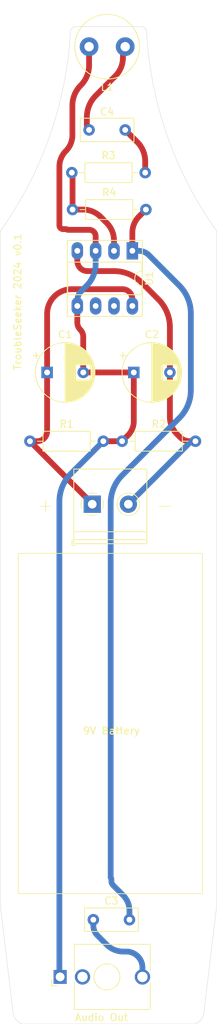
<source format=kicad_pcb>
(kicad_pcb (version 20240108) (generator "pcbnew") (generator_version "8.0")
  (layers (0 "F.Cu" signal) (31 "B.Cu" signal) (34 "B.Paste" user) (35 "F.Paste" user) (36 "B.SilkS" user "B.Silkscreen") (37 "F.SilkS" user "F.Silkscreen") (38 "B.Mask" user) (39 "F.Mask" user) (44 "Edge.Cuts" user))
  (net 0 "")
  (net 1 "Net-(BT1-+)")
  (net 2 "Net-(BT1--)")
  (net 3 "/VGND")
  (net 4 "Net-(C3-Pad2)")
  (net 5 "Net-(C3-Pad1)")
  (net 6 "Net-(C4-Pad1)")
  (net 7 "Net-(C4-Pad2)")
  (net 8 "Net-(U1A--)")
  (footprint "Resistor_THT:R_Axial_DIN0207_L6.3mm_D2.5mm_P10.16mm_Horizontal" (layer "F.Cu") (at 127.02 68)
    (property "Reference" "R4" (at 5.08 -2.37 0) (layer "F.SilkS"))
    (property "Value" "390K")
    (fp_line (start 1.04 0) (end 1.81 0) (stroke (width 0.12)) (layer "F.SilkS"))
    (fp_line (start 1.81 -1.37) (end 1.81 1.37) (stroke (width 0.12)) (layer "F.SilkS"))
    (fp_line (start 1.81 1.37) (end 8.35 1.37) (stroke (width 0.12)) (layer "F.SilkS"))
    (fp_line (start 8.35 -1.37) (end 1.81 -1.37) (stroke (width 0.12)) (layer "F.SilkS"))
    (fp_line (start 8.35 1.37) (end 8.35 -1.37) (stroke (width 0.12)) (layer "F.SilkS"))
    (fp_line (start 9.12 0) (end 8.35 0) (stroke (width 0.12)) (layer "F.SilkS"))
    (pad "1" thru_hole circle (at 0 0) (size 1.6 1.6) (drill 0.8) (layers "*.Cu" "*.Mask") (net 8 "Net-(U1A--)"))
    (pad "2" thru_hole oval (at 10.16 0) (size 1.6 1.6) (drill 0.8) (layers "*.Cu" "*.Mask") (net 4 "Net-(C3-Pad2)"))
  )
  (footprint "Resistor_THT:R_Axial_DIN0207_L6.3mm_D2.5mm_P10.16mm_Horizontal" (layer "F.Cu") (at 121.12 100)
    (property "Reference" "R1" (at 5.08 -2.37 0) (layer "F.SilkS"))
    (property "Value" "4K7")
    (fp_line (start 1.04 0) (end 1.81 0) (stroke (width 0.12)) (layer "F.SilkS"))
    (fp_line (start 1.81 -1.37) (end 1.81 1.37) (stroke (width 0.12)) (layer "F.SilkS"))
    (fp_line (start 1.81 1.37) (end 8.35 1.37) (stroke (width 0.12)) (layer "F.SilkS"))
    (fp_line (start 8.35 -1.37) (end 1.81 -1.37) (stroke (width 0.12)) (layer "F.SilkS"))
    (fp_line (start 8.35 1.37) (end 8.35 -1.37) (stroke (width 0.12)) (layer "F.SilkS"))
    (fp_line (start 9.12 0) (end 8.35 0) (stroke (width 0.12)) (layer "F.SilkS"))
    (pad "1" thru_hole circle (at 0 0) (size 1.6 1.6) (drill 0.8) (layers "*.Cu" "*.Mask") (net 1 "Net-(BT1-+)"))
    (pad "2" thru_hole oval (at 10.16 0) (size 1.6 1.6) (drill 0.8) (layers "*.Cu" "*.Mask") (net 3 "/VGND"))
  )
  (footprint "TerminalBlock_Philmore:TerminalBlock_Philmore_TB132_1x02_P5.00mm_Horizontal" (layer "F.Cu") (at 129.75 108.7)
    (property "Reference" "9V Battery" (at 2.65 31.3 0) (layer "F.SilkS"))
    (property "Value" "Battery 9V")
    (fp_line (start -2.8 4.96) (end -2.8 5.7) (stroke (width 0.12)) (layer "F.SilkS"))
    (fp_line (start -2.8 5.7) (end -2.3 5.7) (stroke (width 0.12)) (layer "F.SilkS"))
    (fp_line (start -2.56 -4.86) (end -2.56 5.46) (stroke (width 0.12)) (layer "F.SilkS"))
    (fp_line (start -2.56 -4.86) (end 7.56 -4.86) (stroke (width 0.12)) (layer "F.SilkS"))
    (fp_line (start -2.56 3.8) (end 7.56 3.8) (stroke (width 0.12)) (layer "F.SilkS"))
    (fp_line (start -2.56 4.9) (end 7.56 4.9) (stroke (width 0.12)) (layer "F.SilkS"))
    (fp_line (start -2.56 5.46) (end 7.56 5.46) (stroke (width 0.12)) (layer "F.SilkS"))
    (fp_line (start 7.56 -4.86) (end 7.56 5.46) (stroke (width 0.12)) (layer "F.SilkS"))
    (fp_arc (start -1.432109 0.607742) (mid -1.555727 -0.00014) (end -1.432 -0.608) (stroke (width 0.12)) (layer "F.SilkS"))
    (fp_arc (start -0.607742 -1.432109) (mid 0.00014 -1.555727) (end 0.608 -1.432) (stroke (width 0.12)) (layer "F.SilkS"))
    (fp_arc (start 0.027011 1.555493) (mid -0.296984 1.527118) (end -0.608 1.432) (stroke (width 0.12)) (layer "F.SilkS"))
    (fp_arc (start 0.607587 1.431385) (mid 0.310017 1.523783) (end 0 1.555) (stroke (width 0.12)) (layer "F.SilkS"))
    (fp_arc (start 1.432109 -0.607742) (mid 1.555727 0.00014) (end 1.432 0.608) (stroke (width 0.12)) (layer "F.SilkS"))
    (fp_circle (center 5 0) (end 6.555 0) (stroke (width 0.12)) (fill none) (layer "F.SilkS"))
    (pad "1" thru_hole rect (at 0 0) (size 2.4 2.4) (drill 1.2) (layers "*.Cu" "*.Mask") (net 1 "Net-(BT1-+)"))
    (pad "2" thru_hole circle (at 5 0) (size 2.4 2.4) (drill 1.2) (layers "*.Cu" "*.Mask") (net 2 "Net-(BT1--)"))
  )
  (footprint "Resistor_THT:R_Axial_DIN0207_L6.3mm_D2.5mm_P10.16mm_Horizontal" (layer "F.Cu") (at 133.88 100)
    (property "Reference" "R2" (at 5.08 -2.37 0) (layer "F.SilkS"))
    (property "Value" "4K7")
    (fp_line (start 1.04 0) (end 1.81 0) (stroke (width 0.12)) (layer "F.SilkS"))
    (fp_line (start 1.81 -1.37) (end 1.81 1.37) (stroke (width 0.12)) (layer "F.SilkS"))
    (fp_line (start 1.81 1.37) (end 8.35 1.37) (stroke (width 0.12)) (layer "F.SilkS"))
    (fp_line (start 8.35 -1.37) (end 1.81 -1.37) (stroke (width 0.12)) (layer "F.SilkS"))
    (fp_line (start 8.35 1.37) (end 8.35 -1.37) (stroke (width 0.12)) (layer "F.SilkS"))
    (fp_line (start 9.12 0) (end 8.35 0) (stroke (width 0.12)) (layer "F.SilkS"))
    (pad "1" thru_hole circle (at 0 0) (size 1.6 1.6) (drill 0.8) (layers "*.Cu" "*.Mask") (net 3 "/VGND"))
    (pad "2" thru_hole oval (at 10.16 0) (size 1.6 1.6) (drill 0.8) (layers "*.Cu" "*.Mask") (net 2 "Net-(BT1--)"))
  )
  (footprint "Connector_Audio:Jack_3.5mm_QingPu_WQP-PJ398SM_Vertical_CircularHoles" (layer "F.Cu") (at 125.3 174 90)
    (property "Reference" "Audio Out" (at -5.6 5.73 0) (layer "F.SilkS"))
    (property "Value" "AudioJack2")
    (fp_line (start -1.23 -1.17) (end -0.37 -1.17) (stroke (width 0.12)) (layer "F.SilkS"))
    (fp_line (start -1.23 -1.17) (end -1.23 -0.37) (stroke (width 0.12)) (layer "F.SilkS"))
    (fp_line (start 4.5 1.98) (end 0.72 1.98) (stroke (width 0.12)) (layer "F.SilkS"))
    (fp_line (start 4.5 1.98) (end 4.5 12.48) (stroke (width 0.12)) (layer "F.SilkS"))
    (fp_line (start -0.72 1.98) (end -4.5 1.98) (stroke (width 0.12)) (layer "F.SilkS"))
    (fp_line (start -4.5 1.98) (end -4.5 12.48) (stroke (width 0.12)) (layer "F.SilkS"))
    (fp_line (start 4.5 12.48) (end 0.8 12.48) (stroke (width 0.12)) (layer "F.SilkS"))
    (fp_line (start -0.8 12.48) (end -4.5 12.48) (stroke (width 0.12)) (layer "F.SilkS"))
    (fp_circle (center 0 6.48) (end 1.8 6.48) (stroke (width 0.12)) (fill none) (layer "F.SilkS"))
    (pad "S" thru_hole rect (at 0 0 270) (size 1.93 1.83) (drill 1.22) (layers "*.Cu" "*.Mask") (net 3 "/VGND"))
    (pad "T" thru_hole circle (at 0 11.4 270) (size 2.13 2.13) (drill 1.43) (layers "*.Cu" "*.Mask") (net 5 "Net-(C3-Pad1)"))
    (pad "TN" thru_hole circle (at 0 3.1 270) (size 2.13 2.13) (drill 1.42) (layers "*.Cu" "*.Mask"))
  )
  (footprint "Resistor_THT:R_Axial_DIN0207_L6.3mm_D2.5mm_P10.16mm_Horizontal" (layer "F.Cu") (at 126.92 62.9)
    (property "Reference" "R3" (at 5.08 -2.37 0) (layer "F.SilkS"))
    (property "Value" "1K")
    (fp_line (start 1.04 0) (end 1.81 0) (stroke (width 0.12)) (layer "F.SilkS"))
    (fp_line (start 1.81 -1.37) (end 1.81 1.37) (stroke (width 0.12)) (layer "F.SilkS"))
    (fp_line (start 1.81 1.37) (end 8.35 1.37) (stroke (width 0.12)) (layer "F.SilkS"))
    (fp_line (start 8.35 -1.37) (end 1.81 -1.37) (stroke (width 0.12)) (layer "F.SilkS"))
    (fp_line (start 8.35 1.37) (end 8.35 -1.37) (stroke (width 0.12)) (layer "F.SilkS"))
    (fp_line (start 9.12 0) (end 8.35 0) (stroke (width 0.12)) (layer "F.SilkS"))
    (pad "1" thru_hole circle (at 0 0) (size 1.6 1.6) (drill 0.8) (layers "*.Cu" "*.Mask") (net 8 "Net-(U1A--)"))
    (pad "2" thru_hole oval (at 10.16 0) (size 1.6 1.6) (drill 0.8) (layers "*.Cu" "*.Mask") (net 6 "Net-(C4-Pad1)"))
  )
  (footprint "Capacitor_THT:C_Rect_L7.2mm_W3.0mm_P5.00mm_FKS2_FKP2_MKS2_MKP2" (layer "F.Cu") (at 134.31 57 180)
    (property "Reference" "C4" (at 2.5 2.5 180) (layer "F.SilkS"))
    (property "Value" "2.2uF")
    (fp_line (start 6.22 -1.62) (end 6.22 1.62) (stroke (width 0.12)) (layer "F.SilkS"))
    (fp_line (start -1.22 1.62) (end 6.22 1.62) (stroke (width 0.12)) (layer "F.SilkS"))
    (fp_line (start -1.22 -1.62) (end 6.22 -1.62) (stroke (width 0.12)) (layer "F.SilkS"))
    (fp_line (start -1.22 -1.62) (end -1.22 1.62) (stroke (width 0.12)) (layer "F.SilkS"))
    (pad "1" thru_hole circle (at 0 0 180) (size 1.6 1.6) (drill 0.8) (layers "*.Cu" "*.Mask") (net 6 "Net-(C4-Pad1)"))
    (pad "2" thru_hole circle (at 5 0 180) (size 1.6 1.6) (drill 0.8) (layers "*.Cu" "*.Mask") (net 7 "Net-(C4-Pad2)"))
  )
  (footprint "Capacitor_THT:CP_Radial_D8.0mm_P5.00mm" (layer "F.Cu") (at 135.5 90.5)
    (property "Reference" "C2" (at 2.5 -5.25 0) (layer "F.SilkS"))
    (property "Value" "100uF 25v")
    (fp_line (start -1.909698 -2.315) (end -1.109698 -2.315) (stroke (width 0.12)) (layer "F.SilkS"))
    (fp_line (start -1.509698 -2.715) (end -1.509698 -1.915) (stroke (width 0.12)) (layer "F.SilkS"))
    (fp_line (start 2.5 -4.08) (end 2.5 4.08) (stroke (width 0.12)) (layer "F.SilkS"))
    (fp_line (start 2.54 -4.08) (end 2.54 4.08) (stroke (width 0.12)) (layer "F.SilkS"))
    (fp_line (start 2.58 -4.08) (end 2.58 4.08) (stroke (width 0.12)) (layer "F.SilkS"))
    (fp_line (start 2.62 -4.079) (end 2.62 4.079) (stroke (width 0.12)) (layer "F.SilkS"))
    (fp_line (start 2.66 -4.077) (end 2.66 4.077) (stroke (width 0.12)) (layer "F.SilkS"))
    (fp_line (start 2.7 -4.076) (end 2.7 4.076) (stroke (width 0.12)) (layer "F.SilkS"))
    (fp_line (start 2.74 -4.074) (end 2.74 4.074) (stroke (width 0.12)) (layer "F.SilkS"))
    (fp_line (start 2.78 -4.071) (end 2.78 4.071) (stroke (width 0.12)) (layer "F.SilkS"))
    (fp_line (start 2.82 -4.068) (end 2.82 4.068) (stroke (width 0.12)) (layer "F.SilkS"))
    (fp_line (start 2.86 -4.065) (end 2.86 4.065) (stroke (width 0.12)) (layer "F.SilkS"))
    (fp_line (start 2.9 -4.061) (end 2.9 4.061) (stroke (width 0.12)) (layer "F.SilkS"))
    (fp_line (start 2.94 -4.057) (end 2.94 4.057) (stroke (width 0.12)) (layer "F.SilkS"))
    (fp_line (start 2.98 -4.052) (end 2.98 4.052) (stroke (width 0.12)) (layer "F.SilkS"))
    (fp_line (start 3.02 -4.048) (end 3.02 4.048) (stroke (width 0.12)) (layer "F.SilkS"))
    (fp_line (start 3.06 -4.042) (end 3.06 4.042) (stroke (width 0.12)) (layer "F.SilkS"))
    (fp_line (start 3.1 -4.037) (end 3.1 4.037) (stroke (width 0.12)) (layer "F.SilkS"))
    (fp_line (start 3.14 -4.03) (end 3.14 4.03) (stroke (width 0.12)) (layer "F.SilkS"))
    (fp_line (start 3.18 -4.024) (end 3.18 4.024) (stroke (width 0.12)) (layer "F.SilkS"))
    (fp_line (start 3.221 -4.017) (end 3.221 4.017) (stroke (width 0.12)) (layer "F.SilkS"))
    (fp_line (start 3.261 -4.01) (end 3.261 4.01) (stroke (width 0.12)) (layer "F.SilkS"))
    (fp_line (start 3.301 -4.002) (end 3.301 4.002) (stroke (width 0.12)) (layer "F.SilkS"))
    (fp_line (start 3.341 -3.994) (end 3.341 3.994) (stroke (width 0.12)) (layer "F.SilkS"))
    (fp_line (start 3.381 -3.985) (end 3.381 3.985) (stroke (width 0.12)) (layer "F.SilkS"))
    (fp_line (start 3.421 -3.976) (end 3.421 3.976) (stroke (width 0.12)) (layer "F.SilkS"))
    (fp_line (start 3.461 -3.967) (end 3.461 3.967) (stroke (width 0.12)) (layer "F.SilkS"))
    (fp_line (start 3.501 -3.957) (end 3.501 3.957) (stroke (width 0.12)) (layer "F.SilkS"))
    (fp_line (start 3.541 -3.947) (end 3.541 3.947) (stroke (width 0.12)) (layer "F.SilkS"))
    (fp_line (start 3.581 -3.936) (end 3.581 3.936) (stroke (width 0.12)) (layer "F.SilkS"))
    (fp_line (start 3.621 -3.925) (end 3.621 3.925) (stroke (width 0.12)) (layer "F.SilkS"))
    (fp_line (start 3.661 -3.914) (end 3.661 3.914) (stroke (width 0.12)) (layer "F.SilkS"))
    (fp_line (start 3.701 -3.902) (end 3.701 3.902) (stroke (width 0.12)) (layer "F.SilkS"))
    (fp_line (start 3.741 -3.889) (end 3.741 3.889) (stroke (width 0.12)) (layer "F.SilkS"))
    (fp_line (start 3.781 -3.877) (end 3.781 3.877) (stroke (width 0.12)) (layer "F.SilkS"))
    (fp_line (start 3.821 -3.863) (end 3.821 3.863) (stroke (width 0.12)) (layer "F.SilkS"))
    (fp_line (start 3.861 -3.85) (end 3.861 3.85) (stroke (width 0.12)) (layer "F.SilkS"))
    (fp_line (start 3.901 -3.835) (end 3.901 3.835) (stroke (width 0.12)) (layer "F.SilkS"))
    (fp_line (start 3.941 -3.821) (end 3.941 3.821) (stroke (width 0.12)) (layer "F.SilkS"))
    (fp_line (start 3.981 -3.805) (end 3.981 -1.04) (stroke (width 0.12)) (layer "F.SilkS"))
    (fp_line (start 3.981 1.04) (end 3.981 3.805) (stroke (width 0.12)) (layer "F.SilkS"))
    (fp_line (start 4.021 -3.79) (end 4.021 -1.04) (stroke (width 0.12)) (layer "F.SilkS"))
    (fp_line (start 4.021 1.04) (end 4.021 3.79) (stroke (width 0.12)) (layer "F.SilkS"))
    (fp_line (start 4.061 -3.774) (end 4.061 -1.04) (stroke (width 0.12)) (layer "F.SilkS"))
    (fp_line (start 4.061 1.04) (end 4.061 3.774) (stroke (width 0.12)) (layer "F.SilkS"))
    (fp_line (start 4.101 -3.757) (end 4.101 -1.04) (stroke (width 0.12)) (layer "F.SilkS"))
    (fp_line (start 4.101 1.04) (end 4.101 3.757) (stroke (width 0.12)) (layer "F.SilkS"))
    (fp_line (start 4.141 -3.74) (end 4.141 -1.04) (stroke (width 0.12)) (layer "F.SilkS"))
    (fp_line (start 4.141 1.04) (end 4.141 3.74) (stroke (width 0.12)) (layer "F.SilkS"))
    (fp_line (start 4.181 -3.722) (end 4.181 -1.04) (stroke (width 0.12)) (layer "F.SilkS"))
    (fp_line (start 4.181 1.04) (end 4.181 3.722) (stroke (width 0.12)) (layer "F.SilkS"))
    (fp_line (start 4.221 -3.704) (end 4.221 -1.04) (stroke (width 0.12)) (layer "F.SilkS"))
    (fp_line (start 4.221 1.04) (end 4.221 3.704) (stroke (width 0.12)) (layer "F.SilkS"))
    (fp_line (start 4.261 -3.686) (end 4.261 -1.04) (stroke (width 0.12)) (layer "F.SilkS"))
    (fp_line (start 4.261 1.04) (end 4.261 3.686) (stroke (width 0.12)) (layer "F.SilkS"))
    (fp_line (start 4.301 -3.666) (end 4.301 -1.04) (stroke (width 0.12)) (layer "F.SilkS"))
    (fp_line (start 4.301 1.04) (end 4.301 3.666) (stroke (width 0.12)) (layer "F.SilkS"))
    (fp_line (start 4.341 -3.647) (end 4.341 -1.04) (stroke (width 0.12)) (layer "F.SilkS"))
    (fp_line (start 4.341 1.04) (end 4.341 3.647) (stroke (width 0.12)) (layer "F.SilkS"))
    (fp_line (start 4.381 -3.627) (end 4.381 -1.04) (stroke (width 0.12)) (layer "F.SilkS"))
    (fp_line (start 4.381 1.04) (end 4.381 3.627) (stroke (width 0.12)) (layer "F.SilkS"))
    (fp_line (start 4.421 -3.606) (end 4.421 -1.04) (stroke (width 0.12)) (layer "F.SilkS"))
    (fp_line (start 4.421 1.04) (end 4.421 3.606) (stroke (width 0.12)) (layer "F.SilkS"))
    (fp_line (start 4.461 -3.584) (end 4.461 -1.04) (stroke (width 0.12)) (layer "F.SilkS"))
    (fp_line (start 4.461 1.04) (end 4.461 3.584) (stroke (width 0.12)) (layer "F.SilkS"))
    (fp_line (start 4.501 -3.562) (end 4.501 -1.04) (stroke (width 0.12)) (layer "F.SilkS"))
    (fp_line (start 4.501 1.04) (end 4.501 3.562) (stroke (width 0.12)) (layer "F.SilkS"))
    (fp_line (start 4.541 -3.54) (end 4.541 -1.04) (stroke (width 0.12)) (layer "F.SilkS"))
    (fp_line (start 4.541 1.04) (end 4.541 3.54) (stroke (width 0.12)) (layer "F.SilkS"))
    (fp_line (start 4.581 -3.517) (end 4.581 -1.04) (stroke (width 0.12)) (layer "F.SilkS"))
    (fp_line (start 4.581 1.04) (end 4.581 3.517) (stroke (width 0.12)) (layer "F.SilkS"))
    (fp_line (start 4.621 -3.493) (end 4.621 -1.04) (stroke (width 0.12)) (layer "F.SilkS"))
    (fp_line (start 4.621 1.04) (end 4.621 3.493) (stroke (width 0.12)) (layer "F.SilkS"))
    (fp_line (start 4.661 -3.469) (end 4.661 -1.04) (stroke (width 0.12)) (layer "F.SilkS"))
    (fp_line (start 4.661 1.04) (end 4.661 3.469) (stroke (width 0.12)) (layer "F.SilkS"))
    (fp_line (start 4.701 -3.444) (end 4.701 -1.04) (stroke (width 0.12)) (layer "F.SilkS"))
    (fp_line (start 4.701 1.04) (end 4.701 3.444) (stroke (width 0.12)) (layer "F.SilkS"))
    (fp_line (start 4.741 -3.418) (end 4.741 -1.04) (stroke (width 0.12)) (layer "F.SilkS"))
    (fp_line (start 4.741 1.04) (end 4.741 3.418) (stroke (width 0.12)) (layer "F.SilkS"))
    (fp_line (start 4.781 -3.392) (end 4.781 -1.04) (stroke (width 0.12)) (layer "F.SilkS"))
    (fp_line (start 4.781 1.04) (end 4.781 3.392) (stroke (width 0.12)) (layer "F.SilkS"))
    (fp_line (start 4.821 -3.365) (end 4.821 -1.04) (stroke (width 0.12)) (layer "F.SilkS"))
    (fp_line (start 4.821 1.04) (end 4.821 3.365) (stroke (width 0.12)) (layer "F.SilkS"))
    (fp_line (start 4.861 -3.338) (end 4.861 -1.04) (stroke (width 0.12)) (layer "F.SilkS"))
    (fp_line (start 4.861 1.04) (end 4.861 3.338) (stroke (width 0.12)) (layer "F.SilkS"))
    (fp_line (start 4.901 -3.309) (end 4.901 -1.04) (stroke (width 0.12)) (layer "F.SilkS"))
    (fp_line (start 4.901 1.04) (end 4.901 3.309) (stroke (width 0.12)) (layer "F.SilkS"))
    (fp_line (start 4.941 -3.28) (end 4.941 -1.04) (stroke (width 0.12)) (layer "F.SilkS"))
    (fp_line (start 4.941 1.04) (end 4.941 3.28) (stroke (width 0.12)) (layer "F.SilkS"))
    (fp_line (start 4.981 -3.25) (end 4.981 -1.04) (stroke (width 0.12)) (layer "F.SilkS"))
    (fp_line (start 4.981 1.04) (end 4.981 3.25) (stroke (width 0.12)) (layer "F.SilkS"))
    (fp_line (start 5.021 -3.22) (end 5.021 -1.04) (stroke (width 0.12)) (layer "F.SilkS"))
    (fp_line (start 5.021 1.04) (end 5.021 3.22) (stroke (width 0.12)) (layer "F.SilkS"))
    (fp_line (start 5.061 -3.189) (end 5.061 -1.04) (stroke (width 0.12)) (layer "F.SilkS"))
    (fp_line (start 5.061 1.04) (end 5.061 3.189) (stroke (width 0.12)) (layer "F.SilkS"))
    (fp_line (start 5.101 -3.156) (end 5.101 -1.04) (stroke (width 0.12)) (layer "F.SilkS"))
    (fp_line (start 5.101 1.04) (end 5.101 3.156) (stroke (width 0.12)) (layer "F.SilkS"))
    (fp_line (start 5.141 -3.124) (end 5.141 -1.04) (stroke (width 0.12)) (layer "F.SilkS"))
    (fp_line (start 5.141 1.04) (end 5.141 3.124) (stroke (width 0.12)) (layer "F.SilkS"))
    (fp_line (start 5.181 -3.09) (end 5.181 -1.04) (stroke (width 0.12)) (layer "F.SilkS"))
    (fp_line (start 5.181 1.04) (end 5.181 3.09) (stroke (width 0.12)) (layer "F.SilkS"))
    (fp_line (start 5.221 -3.055) (end 5.221 -1.04) (stroke (width 0.12)) (layer "F.SilkS"))
    (fp_line (start 5.221 1.04) (end 5.221 3.055) (stroke (width 0.12)) (layer "F.SilkS"))
    (fp_line (start 5.261 -3.019) (end 5.261 -1.04) (stroke (width 0.12)) (layer "F.SilkS"))
    (fp_line (start 5.261 1.04) (end 5.261 3.019) (stroke (width 0.12)) (layer "F.SilkS"))
    (fp_line (start 5.301 -2.983) (end 5.301 -1.04) (stroke (width 0.12)) (layer "F.SilkS"))
    (fp_line (start 5.301 1.04) (end 5.301 2.983) (stroke (width 0.12)) (layer "F.SilkS"))
    (fp_line (start 5.341 -2.945) (end 5.341 -1.04) (stroke (width 0.12)) (layer "F.SilkS"))
    (fp_line (start 5.341 1.04) (end 5.341 2.945) (stroke (width 0.12)) (layer "F.SilkS"))
    (fp_line (start 5.381 -2.907) (end 5.381 -1.04) (stroke (width 0.12)) (layer "F.SilkS"))
    (fp_line (start 5.381 1.04) (end 5.381 2.907) (stroke (width 0.12)) (layer "F.SilkS"))
    (fp_line (start 5.421 -2.867) (end 5.421 -1.04) (stroke (width 0.12)) (layer "F.SilkS"))
    (fp_line (start 5.421 1.04) (end 5.421 2.867) (stroke (width 0.12)) (layer "F.SilkS"))
    (fp_line (start 5.461 -2.826) (end 5.461 -1.04) (stroke (width 0.12)) (layer "F.SilkS"))
    (fp_line (start 5.461 1.04) (end 5.461 2.826) (stroke (width 0.12)) (layer "F.SilkS"))
    (fp_line (start 5.501 -2.784) (end 5.501 -1.04) (stroke (width 0.12)) (layer "F.SilkS"))
    (fp_line (start 5.501 1.04) (end 5.501 2.784) (stroke (width 0.12)) (layer "F.SilkS"))
    (fp_line (start 5.541 -2.741) (end 5.541 -1.04) (stroke (width 0.12)) (layer "F.SilkS"))
    (fp_line (start 5.541 1.04) (end 5.541 2.741) (stroke (width 0.12)) (layer "F.SilkS"))
    (fp_line (start 5.581 -2.697) (end 5.581 -1.04) (stroke (width 0.12)) (layer "F.SilkS"))
    (fp_line (start 5.581 1.04) (end 5.581 2.697) (stroke (width 0.12)) (layer "F.SilkS"))
    (fp_line (start 5.621 -2.651) (end 5.621 -1.04) (stroke (width 0.12)) (layer "F.SilkS"))
    (fp_line (start 5.621 1.04) (end 5.621 2.651) (stroke (width 0.12)) (layer "F.SilkS"))
    (fp_line (start 5.661 -2.604) (end 5.661 -1.04) (stroke (width 0.12)) (layer "F.SilkS"))
    (fp_line (start 5.661 1.04) (end 5.661 2.604) (stroke (width 0.12)) (layer "F.SilkS"))
    (fp_line (start 5.701 -2.556) (end 5.701 -1.04) (stroke (width 0.12)) (layer "F.SilkS"))
    (fp_line (start 5.701 1.04) (end 5.701 2.556) (stroke (width 0.12)) (layer "F.SilkS"))
    (fp_line (start 5.741 -2.505) (end 5.741 -1.04) (stroke (width 0.12)) (layer "F.SilkS"))
    (fp_line (start 5.741 1.04) (end 5.741 2.505) (stroke (width 0.12)) (layer "F.SilkS"))
    (fp_line (start 5.781 -2.454) (end 5.781 -1.04) (stroke (width 0.12)) (layer "F.SilkS"))
    (fp_line (start 5.781 1.04) (end 5.781 2.454) (stroke (width 0.12)) (layer "F.SilkS"))
    (fp_line (start 5.821 -2.4) (end 5.821 -1.04) (stroke (width 0.12)) (layer "F.SilkS"))
    (fp_line (start 5.821 1.04) (end 5.821 2.4) (stroke (width 0.12)) (layer "F.SilkS"))
    (fp_line (start 5.861 -2.345) (end 5.861 -1.04) (stroke (width 0.12)) (layer "F.SilkS"))
    (fp_line (start 5.861 1.04) (end 5.861 2.345) (stroke (width 0.12)) (layer "F.SilkS"))
    (fp_line (start 5.901 -2.287) (end 5.901 -1.04) (stroke (width 0.12)) (layer "F.SilkS"))
    (fp_line (start 5.901 1.04) (end 5.901 2.287) (stroke (width 0.12)) (layer "F.SilkS"))
    (fp_line (start 5.941 -2.228) (end 5.941 -1.04) (stroke (width 0.12)) (layer "F.SilkS"))
    (fp_line (start 5.941 1.04) (end 5.941 2.228) (stroke (width 0.12)) (layer "F.SilkS"))
    (fp_line (start 5.981 -2.166) (end 5.981 -1.04) (stroke (width 0.12)) (layer "F.SilkS"))
    (fp_line (start 5.981 1.04) (end 5.981 2.166) (stroke (width 0.12)) (layer "F.SilkS"))
    (fp_line (start 6.021 -2.102) (end 6.021 -1.04) (stroke (width 0.12)) (layer "F.SilkS"))
    (fp_line (start 6.021 1.04) (end 6.021 2.102) (stroke (width 0.12)) (layer "F.SilkS"))
    (fp_line (start 6.061 -2.034) (end 6.061 2.034) (stroke (width 0.12)) (layer "F.SilkS"))
    (fp_line (start 6.101 -1.964) (end 6.101 1.964) (stroke (width 0.12)) (layer "F.SilkS"))
    (fp_line (start 6.141 -1.89) (end 6.141 1.89) (stroke (width 0.12)) (layer "F.SilkS"))
    (fp_line (start 6.181 -1.813) (end 6.181 1.813) (stroke (width 0.12)) (layer "F.SilkS"))
    (fp_line (start 6.221 -1.731) (end 6.221 1.731) (stroke (width 0.12)) (layer "F.SilkS"))
    (fp_line (start 6.261 -1.645) (end 6.261 1.645) (stroke (width 0.12)) (layer "F.SilkS"))
    (fp_line (start 6.301 -1.552) (end 6.301 1.552) (stroke (width 0.12)) (layer "F.SilkS"))
    (fp_line (start 6.341 -1.453) (end 6.341 1.453) (stroke (width 0.12)) (layer "F.SilkS"))
    (fp_line (start 6.381 -1.346) (end 6.381 1.346) (stroke (width 0.12)) (layer "F.SilkS"))
    (fp_line (start 6.421 -1.229) (end 6.421 1.229) (stroke (width 0.12)) (layer "F.SilkS"))
    (fp_line (start 6.461 -1.098) (end 6.461 1.098) (stroke (width 0.12)) (layer "F.SilkS"))
    (fp_line (start 6.501 -0.948) (end 6.501 0.948) (stroke (width 0.12)) (layer "F.SilkS"))
    (fp_line (start 6.541 -0.768) (end 6.541 0.768) (stroke (width 0.12)) (layer "F.SilkS"))
    (fp_line (start 6.581 -0.533) (end 6.581 0.533) (stroke (width 0.12)) (layer "F.SilkS"))
    (fp_circle (center 2.5 0) (end 6.62 0) (stroke (width 0.12)) (fill none) (layer "F.SilkS"))
    (pad "1" thru_hole rect (at 0 0) (size 1.6 1.6) (drill 0.8) (layers "*.Cu" "*.Mask") (net 3 "/VGND"))
    (pad "2" thru_hole circle (at 5 0) (size 1.6 1.6) (drill 0.8) (layers "*.Cu" "*.Mask") (net 2 "Net-(BT1--)"))
  )
  (footprint "Capacitor_THT:CP_Radial_D8.0mm_P5.00mm" (layer "F.Cu") (at 123.5 90.5)
    (property "Reference" "C1" (at 2.5 -5.25 0) (layer "F.SilkS"))
    (property "Value" "100uF 25v")
    (fp_line (start -1.909698 -2.315) (end -1.109698 -2.315) (stroke (width 0.12)) (layer "F.SilkS"))
    (fp_line (start -1.509698 -2.715) (end -1.509698 -1.915) (stroke (width 0.12)) (layer "F.SilkS"))
    (fp_line (start 2.5 -4.08) (end 2.5 4.08) (stroke (width 0.12)) (layer "F.SilkS"))
    (fp_line (start 2.54 -4.08) (end 2.54 4.08) (stroke (width 0.12)) (layer "F.SilkS"))
    (fp_line (start 2.58 -4.08) (end 2.58 4.08) (stroke (width 0.12)) (layer "F.SilkS"))
    (fp_line (start 2.62 -4.079) (end 2.62 4.079) (stroke (width 0.12)) (layer "F.SilkS"))
    (fp_line (start 2.66 -4.077) (end 2.66 4.077) (stroke (width 0.12)) (layer "F.SilkS"))
    (fp_line (start 2.7 -4.076) (end 2.7 4.076) (stroke (width 0.12)) (layer "F.SilkS"))
    (fp_line (start 2.74 -4.074) (end 2.74 4.074) (stroke (width 0.12)) (layer "F.SilkS"))
    (fp_line (start 2.78 -4.071) (end 2.78 4.071) (stroke (width 0.12)) (layer "F.SilkS"))
    (fp_line (start 2.82 -4.068) (end 2.82 4.068) (stroke (width 0.12)) (layer "F.SilkS"))
    (fp_line (start 2.86 -4.065) (end 2.86 4.065) (stroke (width 0.12)) (layer "F.SilkS"))
    (fp_line (start 2.9 -4.061) (end 2.9 4.061) (stroke (width 0.12)) (layer "F.SilkS"))
    (fp_line (start 2.94 -4.057) (end 2.94 4.057) (stroke (width 0.12)) (layer "F.SilkS"))
    (fp_line (start 2.98 -4.052) (end 2.98 4.052) (stroke (width 0.12)) (layer "F.SilkS"))
    (fp_line (start 3.02 -4.048) (end 3.02 4.048) (stroke (width 0.12)) (layer "F.SilkS"))
    (fp_line (start 3.06 -4.042) (end 3.06 4.042) (stroke (width 0.12)) (layer "F.SilkS"))
    (fp_line (start 3.1 -4.037) (end 3.1 4.037) (stroke (width 0.12)) (layer "F.SilkS"))
    (fp_line (start 3.14 -4.03) (end 3.14 4.03) (stroke (width 0.12)) (layer "F.SilkS"))
    (fp_line (start 3.18 -4.024) (end 3.18 4.024) (stroke (width 0.12)) (layer "F.SilkS"))
    (fp_line (start 3.221 -4.017) (end 3.221 4.017) (stroke (width 0.12)) (layer "F.SilkS"))
    (fp_line (start 3.261 -4.01) (end 3.261 4.01) (stroke (width 0.12)) (layer "F.SilkS"))
    (fp_line (start 3.301 -4.002) (end 3.301 4.002) (stroke (width 0.12)) (layer "F.SilkS"))
    (fp_line (start 3.341 -3.994) (end 3.341 3.994) (stroke (width 0.12)) (layer "F.SilkS"))
    (fp_line (start 3.381 -3.985) (end 3.381 3.985) (stroke (width 0.12)) (layer "F.SilkS"))
    (fp_line (start 3.421 -3.976) (end 3.421 3.976) (stroke (width 0.12)) (layer "F.SilkS"))
    (fp_line (start 3.461 -3.967) (end 3.461 3.967) (stroke (width 0.12)) (layer "F.SilkS"))
    (fp_line (start 3.501 -3.957) (end 3.501 3.957) (stroke (width 0.12)) (layer "F.SilkS"))
    (fp_line (start 3.541 -3.947) (end 3.541 3.947) (stroke (width 0.12)) (layer "F.SilkS"))
    (fp_line (start 3.581 -3.936) (end 3.581 3.936) (stroke (width 0.12)) (layer "F.SilkS"))
    (fp_line (start 3.621 -3.925) (end 3.621 3.925) (stroke (width 0.12)) (layer "F.SilkS"))
    (fp_line (start 3.661 -3.914) (end 3.661 3.914) (stroke (width 0.12)) (layer "F.SilkS"))
    (fp_line (start 3.701 -3.902) (end 3.701 3.902) (stroke (width 0.12)) (layer "F.SilkS"))
    (fp_line (start 3.741 -3.889) (end 3.741 3.889) (stroke (width 0.12)) (layer "F.SilkS"))
    (fp_line (start 3.781 -3.877) (end 3.781 3.877) (stroke (width 0.12)) (layer "F.SilkS"))
    (fp_line (start 3.821 -3.863) (end 3.821 3.863) (stroke (width 0.12)) (layer "F.SilkS"))
    (fp_line (start 3.861 -3.85) (end 3.861 3.85) (stroke (width 0.12)) (layer "F.SilkS"))
    (fp_line (start 3.901 -3.835) (end 3.901 3.835) (stroke (width 0.12)) (layer "F.SilkS"))
    (fp_line (start 3.941 -3.821) (end 3.941 3.821) (stroke (width 0.12)) (layer "F.SilkS"))
    (fp_line (start 3.981 -3.805) (end 3.981 -1.04) (stroke (width 0.12)) (layer "F.SilkS"))
    (fp_line (start 3.981 1.04) (end 3.981 3.805) (stroke (width 0.12)) (layer "F.SilkS"))
    (fp_line (start 4.021 -3.79) (end 4.021 -1.04) (stroke (width 0.12)) (layer "F.SilkS"))
    (fp_line (start 4.021 1.04) (end 4.021 3.79) (stroke (width 0.12)) (layer "F.SilkS"))
    (fp_line (start 4.061 -3.774) (end 4.061 -1.04) (stroke (width 0.12)) (layer "F.SilkS"))
    (fp_line (start 4.061 1.04) (end 4.061 3.774) (stroke (width 0.12)) (layer "F.SilkS"))
    (fp_line (start 4.101 -3.757) (end 4.101 -1.04) (stroke (width 0.12)) (layer "F.SilkS"))
    (fp_line (start 4.101 1.04) (end 4.101 3.757) (stroke (width 0.12)) (layer "F.SilkS"))
    (fp_line (start 4.141 -3.74) (end 4.141 -1.04) (stroke (width 0.12)) (layer "F.SilkS"))
    (fp_line (start 4.141 1.04) (end 4.141 3.74) (stroke (width 0.12)) (layer "F.SilkS"))
    (fp_line (start 4.181 -3.722) (end 4.181 -1.04) (stroke (width 0.12)) (layer "F.SilkS"))
    (fp_line (start 4.181 1.04) (end 4.181 3.722) (stroke (width 0.12)) (layer "F.SilkS"))
    (fp_line (start 4.221 -3.704) (end 4.221 -1.04) (stroke (width 0.12)) (layer "F.SilkS"))
    (fp_line (start 4.221 1.04) (end 4.221 3.704) (stroke (width 0.12)) (layer "F.SilkS"))
    (fp_line (start 4.261 -3.686) (end 4.261 -1.04) (stroke (width 0.12)) (layer "F.SilkS"))
    (fp_line (start 4.261 1.04) (end 4.261 3.686) (stroke (width 0.12)) (layer "F.SilkS"))
    (fp_line (start 4.301 -3.666) (end 4.301 -1.04) (stroke (width 0.12)) (layer "F.SilkS"))
    (fp_line (start 4.301 1.04) (end 4.301 3.666) (stroke (width 0.12)) (layer "F.SilkS"))
    (fp_line (start 4.341 -3.647) (end 4.341 -1.04) (stroke (width 0.12)) (layer "F.SilkS"))
    (fp_line (start 4.341 1.04) (end 4.341 3.647) (stroke (width 0.12)) (layer "F.SilkS"))
    (fp_line (start 4.381 -3.627) (end 4.381 -1.04) (stroke (width 0.12)) (layer "F.SilkS"))
    (fp_line (start 4.381 1.04) (end 4.381 3.627) (stroke (width 0.12)) (layer "F.SilkS"))
    (fp_line (start 4.421 -3.606) (end 4.421 -1.04) (stroke (width 0.12)) (layer "F.SilkS"))
    (fp_line (start 4.421 1.04) (end 4.421 3.606) (stroke (width 0.12)) (layer "F.SilkS"))
    (fp_line (start 4.461 -3.584) (end 4.461 -1.04) (stroke (width 0.12)) (layer "F.SilkS"))
    (fp_line (start 4.461 1.04) (end 4.461 3.584) (stroke (width 0.12)) (layer "F.SilkS"))
    (fp_line (start 4.501 -3.562) (end 4.501 -1.04) (stroke (width 0.12)) (layer "F.SilkS"))
    (fp_line (start 4.501 1.04) (end 4.501 3.562) (stroke (width 0.12)) (layer "F.SilkS"))
    (fp_line (start 4.541 -3.54) (end 4.541 -1.04) (stroke (width 0.12)) (layer "F.SilkS"))
    (fp_line (start 4.541 1.04) (end 4.541 3.54) (stroke (width 0.12)) (layer "F.SilkS"))
    (fp_line (start 4.581 -3.517) (end 4.581 -1.04) (stroke (width 0.12)) (layer "F.SilkS"))
    (fp_line (start 4.581 1.04) (end 4.581 3.517) (stroke (width 0.12)) (layer "F.SilkS"))
    (fp_line (start 4.621 -3.493) (end 4.621 -1.04) (stroke (width 0.12)) (layer "F.SilkS"))
    (fp_line (start 4.621 1.04) (end 4.621 3.493) (stroke (width 0.12)) (layer "F.SilkS"))
    (fp_line (start 4.661 -3.469) (end 4.661 -1.04) (stroke (width 0.12)) (layer "F.SilkS"))
    (fp_line (start 4.661 1.04) (end 4.661 3.469) (stroke (width 0.12)) (layer "F.SilkS"))
    (fp_line (start 4.701 -3.444) (end 4.701 -1.04) (stroke (width 0.12)) (layer "F.SilkS"))
    (fp_line (start 4.701 1.04) (end 4.701 3.444) (stroke (width 0.12)) (layer "F.SilkS"))
    (fp_line (start 4.741 -3.418) (end 4.741 -1.04) (stroke (width 0.12)) (layer "F.SilkS"))
    (fp_line (start 4.741 1.04) (end 4.741 3.418) (stroke (width 0.12)) (layer "F.SilkS"))
    (fp_line (start 4.781 -3.392) (end 4.781 -1.04) (stroke (width 0.12)) (layer "F.SilkS"))
    (fp_line (start 4.781 1.04) (end 4.781 3.392) (stroke (width 0.12)) (layer "F.SilkS"))
    (fp_line (start 4.821 -3.365) (end 4.821 -1.04) (stroke (width 0.12)) (layer "F.SilkS"))
    (fp_line (start 4.821 1.04) (end 4.821 3.365) (stroke (width 0.12)) (layer "F.SilkS"))
    (fp_line (start 4.861 -3.338) (end 4.861 -1.04) (stroke (width 0.12)) (layer "F.SilkS"))
    (fp_line (start 4.861 1.04) (end 4.861 3.338) (stroke (width 0.12)) (layer "F.SilkS"))
    (fp_line (start 4.901 -3.309) (end 4.901 -1.04) (stroke (width 0.12)) (layer "F.SilkS"))
    (fp_line (start 4.901 1.04) (end 4.901 3.309) (stroke (width 0.12)) (layer "F.SilkS"))
    (fp_line (start 4.941 -3.28) (end 4.941 -1.04) (stroke (width 0.12)) (layer "F.SilkS"))
    (fp_line (start 4.941 1.04) (end 4.941 3.28) (stroke (width 0.12)) (layer "F.SilkS"))
    (fp_line (start 4.981 -3.25) (end 4.981 -1.04) (stroke (width 0.12)) (layer "F.SilkS"))
    (fp_line (start 4.981 1.04) (end 4.981 3.25) (stroke (width 0.12)) (layer "F.SilkS"))
    (fp_line (start 5.021 -3.22) (end 5.021 -1.04) (stroke (width 0.12)) (layer "F.SilkS"))
    (fp_line (start 5.021 1.04) (end 5.021 3.22) (stroke (width 0.12)) (layer "F.SilkS"))
    (fp_line (start 5.061 -3.189) (end 5.061 -1.04) (stroke (width 0.12)) (layer "F.SilkS"))
    (fp_line (start 5.061 1.04) (end 5.061 3.189) (stroke (width 0.12)) (layer "F.SilkS"))
    (fp_line (start 5.101 -3.156) (end 5.101 -1.04) (stroke (width 0.12)) (layer "F.SilkS"))
    (fp_line (start 5.101 1.04) (end 5.101 3.156) (stroke (width 0.12)) (layer "F.SilkS"))
    (fp_line (start 5.141 -3.124) (end 5.141 -1.04) (stroke (width 0.12)) (layer "F.SilkS"))
    (fp_line (start 5.141 1.04) (end 5.141 3.124) (stroke (width 0.12)) (layer "F.SilkS"))
    (fp_line (start 5.181 -3.09) (end 5.181 -1.04) (stroke (width 0.12)) (layer "F.SilkS"))
    (fp_line (start 5.181 1.04) (end 5.181 3.09) (stroke (width 0.12)) (layer "F.SilkS"))
    (fp_line (start 5.221 -3.055) (end 5.221 -1.04) (stroke (width 0.12)) (layer "F.SilkS"))
    (fp_line (start 5.221 1.04) (end 5.221 3.055) (stroke (width 0.12)) (layer "F.SilkS"))
    (fp_line (start 5.261 -3.019) (end 5.261 -1.04) (stroke (width 0.12)) (layer "F.SilkS"))
    (fp_line (start 5.261 1.04) (end 5.261 3.019) (stroke (width 0.12)) (layer "F.SilkS"))
    (fp_line (start 5.301 -2.983) (end 5.301 -1.04) (stroke (width 0.12)) (layer "F.SilkS"))
    (fp_line (start 5.301 1.04) (end 5.301 2.983) (stroke (width 0.12)) (layer "F.SilkS"))
    (fp_line (start 5.341 -2.945) (end 5.341 -1.04) (stroke (width 0.12)) (layer "F.SilkS"))
    (fp_line (start 5.341 1.04) (end 5.341 2.945) (stroke (width 0.12)) (layer "F.SilkS"))
    (fp_line (start 5.381 -2.907) (end 5.381 -1.04) (stroke (width 0.12)) (layer "F.SilkS"))
    (fp_line (start 5.381 1.04) (end 5.381 2.907) (stroke (width 0.12)) (layer "F.SilkS"))
    (fp_line (start 5.421 -2.867) (end 5.421 -1.04) (stroke (width 0.12)) (layer "F.SilkS"))
    (fp_line (start 5.421 1.04) (end 5.421 2.867) (stroke (width 0.12)) (layer "F.SilkS"))
    (fp_line (start 5.461 -2.826) (end 5.461 -1.04) (stroke (width 0.12)) (layer "F.SilkS"))
    (fp_line (start 5.461 1.04) (end 5.461 2.826) (stroke (width 0.12)) (layer "F.SilkS"))
    (fp_line (start 5.501 -2.784) (end 5.501 -1.04) (stroke (width 0.12)) (layer "F.SilkS"))
    (fp_line (start 5.501 1.04) (end 5.501 2.784) (stroke (width 0.12)) (layer "F.SilkS"))
    (fp_line (start 5.541 -2.741) (end 5.541 -1.04) (stroke (width 0.12)) (layer "F.SilkS"))
    (fp_line (start 5.541 1.04) (end 5.541 2.741) (stroke (width 0.12)) (layer "F.SilkS"))
    (fp_line (start 5.581 -2.697) (end 5.581 -1.04) (stroke (width 0.12)) (layer "F.SilkS"))
    (fp_line (start 5.581 1.04) (end 5.581 2.697) (stroke (width 0.12)) (layer "F.SilkS"))
    (fp_line (start 5.621 -2.651) (end 5.621 -1.04) (stroke (width 0.12)) (layer "F.SilkS"))
    (fp_line (start 5.621 1.04) (end 5.621 2.651) (stroke (width 0.12)) (layer "F.SilkS"))
    (fp_line (start 5.661 -2.604) (end 5.661 -1.04) (stroke (width 0.12)) (layer "F.SilkS"))
    (fp_line (start 5.661 1.04) (end 5.661 2.604) (stroke (width 0.12)) (layer "F.SilkS"))
    (fp_line (start 5.701 -2.556) (end 5.701 -1.04) (stroke (width 0.12)) (layer "F.SilkS"))
    (fp_line (start 5.701 1.04) (end 5.701 2.556) (stroke (width 0.12)) (layer "F.SilkS"))
    (fp_line (start 5.741 -2.505) (end 5.741 -1.04) (stroke (width 0.12)) (layer "F.SilkS"))
    (fp_line (start 5.741 1.04) (end 5.741 2.505) (stroke (width 0.12)) (layer "F.SilkS"))
    (fp_line (start 5.781 -2.454) (end 5.781 -1.04) (stroke (width 0.12)) (layer "F.SilkS"))
    (fp_line (start 5.781 1.04) (end 5.781 2.454) (stroke (width 0.12)) (layer "F.SilkS"))
    (fp_line (start 5.821 -2.4) (end 5.821 -1.04) (stroke (width 0.12)) (layer "F.SilkS"))
    (fp_line (start 5.821 1.04) (end 5.821 2.4) (stroke (width 0.12)) (layer "F.SilkS"))
    (fp_line (start 5.861 -2.345) (end 5.861 -1.04) (stroke (width 0.12)) (layer "F.SilkS"))
    (fp_line (start 5.861 1.04) (end 5.861 2.345) (stroke (width 0.12)) (layer "F.SilkS"))
    (fp_line (start 5.901 -2.287) (end 5.901 -1.04) (stroke (width 0.12)) (layer "F.SilkS"))
    (fp_line (start 5.901 1.04) (end 5.901 2.287) (stroke (width 0.12)) (layer "F.SilkS"))
    (fp_line (start 5.941 -2.228) (end 5.941 -1.04) (stroke (width 0.12)) (layer "F.SilkS"))
    (fp_line (start 5.941 1.04) (end 5.941 2.228) (stroke (width 0.12)) (layer "F.SilkS"))
    (fp_line (start 5.981 -2.166) (end 5.981 -1.04) (stroke (width 0.12)) (layer "F.SilkS"))
    (fp_line (start 5.981 1.04) (end 5.981 2.166) (stroke (width 0.12)) (layer "F.SilkS"))
    (fp_line (start 6.021 -2.102) (end 6.021 -1.04) (stroke (width 0.12)) (layer "F.SilkS"))
    (fp_line (start 6.021 1.04) (end 6.021 2.102) (stroke (width 0.12)) (layer "F.SilkS"))
    (fp_line (start 6.061 -2.034) (end 6.061 2.034) (stroke (width 0.12)) (layer "F.SilkS"))
    (fp_line (start 6.101 -1.964) (end 6.101 1.964) (stroke (width 0.12)) (layer "F.SilkS"))
    (fp_line (start 6.141 -1.89) (end 6.141 1.89) (stroke (width 0.12)) (layer "F.SilkS"))
    (fp_line (start 6.181 -1.813) (end 6.181 1.813) (stroke (width 0.12)) (layer "F.SilkS"))
    (fp_line (start 6.221 -1.731) (end 6.221 1.731) (stroke (width 0.12)) (layer "F.SilkS"))
    (fp_line (start 6.261 -1.645) (end 6.261 1.645) (stroke (width 0.12)) (layer "F.SilkS"))
    (fp_line (start 6.301 -1.552) (end 6.301 1.552) (stroke (width 0.12)) (layer "F.SilkS"))
    (fp_line (start 6.341 -1.453) (end 6.341 1.453) (stroke (width 0.12)) (layer "F.SilkS"))
    (fp_line (start 6.381 -1.346) (end 6.381 1.346) (stroke (width 0.12)) (layer "F.SilkS"))
    (fp_line (start 6.421 -1.229) (end 6.421 1.229) (stroke (width 0.12)) (layer "F.SilkS"))
    (fp_line (start 6.461 -1.098) (end 6.461 1.098) (stroke (width 0.12)) (layer "F.SilkS"))
    (fp_line (start 6.501 -0.948) (end 6.501 0.948) (stroke (width 0.12)) (layer "F.SilkS"))
    (fp_line (start 6.541 -0.768) (end 6.541 0.768) (stroke (width 0.12)) (layer "F.SilkS"))
    (fp_line (start 6.581 -0.533) (end 6.581 0.533) (stroke (width 0.12)) (layer "F.SilkS"))
    (fp_circle (center 2.5 0) (end 6.62 0) (stroke (width 0.12)) (fill none) (layer "F.SilkS"))
    (pad "1" thru_hole rect (at 0 0) (size 1.6 1.6) (drill 0.8) (layers "*.Cu" "*.Mask") (net 1 "Net-(BT1-+)"))
    (pad "2" thru_hole circle (at 5 0) (size 1.6 1.6) (drill 0.8) (layers "*.Cu" "*.Mask") (net 3 "/VGND"))
  )
  (footprint "Capacitor_THT:C_Rect_L7.2mm_W3.0mm_P5.00mm_FKS2_FKP2_MKS2_MKP2" (layer "F.Cu") (at 129.9 166.1)
    (property "Reference" "C3" (at 2.5 -2.6 0) (layer "F.SilkS"))
    (property "Value" "2.2uF")
    (fp_line (start -1.22 -1.62) (end -1.22 1.62) (stroke (width 0.12)) (layer "F.SilkS"))
    (fp_line (start -1.22 -1.62) (end 6.22 -1.62) (stroke (width 0.12)) (layer "F.SilkS"))
    (fp_line (start -1.22 1.62) (end 6.22 1.62) (stroke (width 0.12)) (layer "F.SilkS"))
    (fp_line (start 6.22 -1.62) (end 6.22 1.62) (stroke (width 0.12)) (layer "F.SilkS"))
    (pad "1" thru_hole circle (at 0 0) (size 1.6 1.6) (drill 0.8) (layers "*.Cu" "*.Mask") (net 5 "Net-(C3-Pad1)"))
    (pad "2" thru_hole circle (at 5 0) (size 1.6 1.6) (drill 0.8) (layers "*.Cu" "*.Mask") (net 4 "Net-(C3-Pad2)"))
  )
  (footprint "Inductor_THT:L_Radial_D8.7mm_P5.00mm_Fastron_07HCP" (layer "F.Cu") (at 134.31 45.5 180)
    (property "Reference" "L1" (at 2.5 -5.6 180) (layer "F.SilkS"))
    (property "Value" "10-22mH")
    (fp_circle (center 2.5 0) (end 6.97 0) (stroke (width 0.12)) (fill none) (layer "F.SilkS"))
    (pad "1" thru_hole circle (at 0 0 180) (size 2.6 2.6) (drill 1.3) (layers "*.Cu" "*.Mask") (net 7 "Net-(C4-Pad2)"))
    (pad "2" thru_hole circle (at 5 0 180) (size 2.6 2.6) (drill 1.3) (layers "*.Cu" "*.Mask") (net 3 "/VGND"))
  )
  (footprint "Package_DIP:DIP-8_W7.62mm_Socket_LongPads" (layer "F.Cu") (at 135.3 73.7 -90)
    (property "Reference" "U1" (at 3.81 -2.33 90) (layer "F.SilkS"))
    (property "Value" "TL072")
    (fp_line (start -1.44 9.01) (end 9.06 9.01) (stroke (width 0.12)) (layer "F.SilkS"))
    (fp_line (start 9.06 9.01) (end 9.06 -1.39) (stroke (width 0.12)) (layer "F.SilkS"))
    (fp_line (start 1.56 8.95) (end 6.06 8.95) (stroke (width 0.12)) (layer "F.SilkS"))
    (fp_line (start 6.06 8.95) (end 6.06 -1.33) (stroke (width 0.12)) (layer "F.SilkS"))
    (fp_line (start 1.56 -1.33) (end 1.56 8.95) (stroke (width 0.12)) (layer "F.SilkS"))
    (fp_line (start 2.81 -1.33) (end 1.56 -1.33) (stroke (width 0.12)) (layer "F.SilkS"))
    (fp_line (start 6.06 -1.33) (end 4.81 -1.33) (stroke (width 0.12)) (layer "F.SilkS"))
    (fp_line (start -1.44 -1.39) (end -1.44 9.01) (stroke (width 0.12)) (layer "F.SilkS"))
    (fp_line (start 9.06 -1.39) (end -1.44 -1.39) (stroke (width 0.12)) (layer "F.SilkS"))
    (fp_arc (start 4.81 -1.33) (mid 3.81 -0.33) (end 2.81 -1.33) (stroke (width 0.12)) (layer "F.SilkS"))
    (pad "1" thru_hole rect (at 0 0 270) (size 2.4 1.6) (drill 0.8) (layers "*.Cu" "*.Mask") (net 4 "Net-(C3-Pad2)"))
    (pad "2" thru_hole oval (at 0 2.54 270) (size 2.4 1.6) (drill 0.8) (layers "*.Cu" "*.Mask") (net 8 "Net-(U1A--)"))
    (pad "3" thru_hole oval (at 0 5.08 270) (size 2.4 1.6) (drill 0.8) (layers "*.Cu" "*.Mask") (net 3 "/VGND"))
    (pad "4" thru_hole oval (at 0 7.62 270) (size 2.4 1.6) (drill 0.8) (layers "*.Cu" "*.Mask") (net 2 "Net-(BT1--)"))
    (pad "5" thru_hole oval (at 7.62 7.62 270) (size 2.4 1.6) (drill 0.8) (layers "*.Cu" "*.Mask") (net 3 "/VGND"))
    (pad "6" thru_hole oval (at 7.62 5.08 270) (size 2.4 1.6) (drill 0.8) (layers "*.Cu" "*.Mask"))
    (pad "7" thru_hole oval (at 7.62 2.54 270) (size 2.4 1.6) (drill 0.8) (layers "*.Cu" "*.Mask"))
    (pad "8" thru_hole oval (at 7.62 0 270) (size 2.4 1.6) (drill 0.8) (layers "*.Cu" "*.Mask") (net 1 "Net-(BT1-+)"))
  )
  (gr_rect (start 119.5 115.5) (end 145 162.5) (stroke (width 0.1)) (fill none) (layer "F.SilkS"))
  (gr_line (start 136.5 42.71799) (end 127.5 42.71799) (stroke (width 0.05)) (layer "Edge.Cuts"))
  (gr_line (start 147 164) (end 145.2 179) (stroke (width 0.05)) (layer "Edge.Cuts"))
  (gr_arc (start 126.721297 43.571841) (mid 126.922194 42.973047) (end 127.5 42.71799) (stroke (width 0.05)) (layer "Edge.Cuts"))
  (gr_arc (start 120.002822 180.492746) (mid 119.2022 179.906893) (end 118.800001 179) (stroke (width 0.05)) (layer "Edge.Cuts"))
  (gr_arc (start 126.721296 43.571841) (mid 123.806256 57.975497) (end 117 71) (stroke (width 0.05)) (layer "Edge.Cuts"))
  (gr_line (start 117 71) (end 117 164) (stroke (width 0.05)) (layer "Edge.Cuts"))
  (gr_arc (start 147 71) (mid 140.193743 57.975498) (end 137.278704 43.571841) (stroke (width 0.05)) (layer "Edge.Cuts"))
  (gr_arc (start 145.2 179) (mid 144.797801 179.906893) (end 143.997179 180.492746) (stroke (width 0.05)) (layer "Edge.Cuts"))
  (gr_line (start 117 164) (end 118.800001 179) (stroke (width 0.05)) (layer "Edge.Cuts"))
  (gr_line (start 147 71) (end 147 164) (stroke (width 0.05)) (layer "Edge.Cuts"))
  (gr_arc (start 136.5 42.71799) (mid 137.077806 42.973047) (end 137.278703 43.571841) (stroke (width 0.05)) (layer "Edge.Cuts"))
  (gr_line (start 120.002822 180.492746) (end 143.997179 180.492746) (stroke (width 0.05)) (layer "Edge.Cuts"))
  (gr_text "TroubleSeeker 2024 v0.1" (at 120 90.3 90) (layer "F.SilkS") (effects (font (size 1 1)) (justify left bottom)))
  (gr_text "-" (at 138.5 110 0) (layer "F.SilkS") (effects (font (size 2 2) (thickness 0.1)) (justify left bottom)))
  (gr_text "+" (at 122 110 0) (layer "F.SilkS") (effects (font (size 2 2) (thickness 0.1)) (justify left bottom)))
  (segment (start 129.75 108.665) (end 129.75 108.7) (width 0.2) (layer "F.Cu") (net 1))
  (segment (start 123.5 82.414213) (end 123.5 90.5) (width 0.8) (layer "F.Cu") (net 1))
  (segment (start 135.3 80.365685) (end 135.3 81.32) (width 0.8) (layer "F.Cu") (net 1))
  (segment (start 126.914213 79) (end 133.934314 79) (width 0.8) (layer "F.Cu") (net 1))
  (segment (start 122.117243 100) (end 121.12 100) (width 0.8) (layer "F.Cu") (net 1))
  (segment (start 123.5 98.617243) (end 123.5 90.5) (width 0.8) (layer "F.Cu") (net 1))
  (segment (start 129.725251 108.605251) (end 121.12 100) (width 0.8) (layer "F.Cu") (net 1))
  (arc (start 134.9 79.4) (mid 134.456939 79.103956) (end 133.934314 79) (width 0.8) (layer "F.Cu") (net 1))
  (arc (start 123.095 99.595) (mid 123.394743 99.146401) (end 123.5 98.617243) (width 0.8) (layer "F.Cu") (net 1))
  (arc (start 123.095 99.595) (mid 122.646401 99.894743) (end 122.117243 100) (width 0.8) (layer "F.Cu") (net 1))
  (arc (start 129.725251 108.605251) (mid 129.743567 108.632664) (end 129.75 108.665) (width 0.8) (layer "F.Cu") (net 1))
  (arc (start 134.9 79.4) (mid 135.196043 79.84306) (end 135.3 80.365685) (width 0.8) (layer "F.Cu") (net 1))
  (arc (start 123.5 82.414213) (mid 123.759891 81.10765) (end 124.5 80) (width 0.8) (layer "F.Cu") (net 1))
  (arc (start 126.914213 79) (mid 125.60765 79.259891) (end 124.5 80) (width 0.8) (layer "F.Cu") (net 1))
  (segment (start 136.593792 78.093792) (end 138.906207 80.406207) (width 0.8) (layer "F.Cu") (net 2))
  (segment (start 141.47981 99.02019) (end 141.900871 99.441251) (width 0.8) (layer "F.Cu") (net 2))
  (segment (start 140.5 96.654719) (end 140.5 90.5) (width 0.8) (layer "F.Cu") (net 2))
  (segment (start 140.5 84.253963) (end 140.5 90.5) (width 0.8) (layer "F.Cu") (net 2))
  (segment (start 127.68 75.100172) (end 127.68 73.7) (width 0.8) (layer "F.Cu") (net 2))
  (segment (start 143.24981 100) (end 144.04 100) (width 0.8) (layer "F.Cu") (net 2))
  (segment (start 132.746036 76.5) (end 129.079827 76.5) (width 0.8) (layer "F.Cu") (net 2))
  (arc (start 140.5 96.654719) (mid 140.754644 97.934902) (end 141.47981 99.02019) (width 0.8) (layer "F.Cu") (net 2))
  (arc (start 141.900871 99.441251) (mid 142.519769 99.854785) (end 143.24981 100) (width 0.8) (layer "F.Cu") (net 2))
  (arc (start 140.5 84.253963) (mid 140.085786 82.171572) (end 138.906207 80.406207) (width 0.8) (layer "F.Cu") (net 2))
  (arc (start 129.079827 76.5) (mid 128.544136 76.393444) (end 128.09 76.09) (width 0.8) (layer "F.Cu") (net 2))
  (arc (start 127.68 75.100172) (mid 127.786555 75.635863) (end 128.09 76.09) (width 0.8) (layer "F.Cu") (net 2))
  (arc (start 132.746036 76.5) (mid 134.828426 76.914213) (end 136.593792 78.093792) (width 0.8) (layer "F.Cu") (net 2))
  (segment (start 143.241403 100.208596) (end 134.75 108.7) (width 0.8) (layer "B.Cu") (net 2))
  (segment (start 143.745 100) (end 144.04 100) (width 0.2) (layer "B.Cu") (net 2))
  (arc (start 143.241403 100.208596) (mid 143.472455 100.054212) (end 143.745 100) (width 0.2) (layer "B.Cu") (net 2))
  (segment (start 129.332304 70.8) (end 126.37071 70.8) (width 0.8) (layer "F.Cu") (net 3))
  (segment (start 133.88 100) (end 134.69 99.19) (width 0.8) (layer "F.Cu") (net 3))
  (segment (start 127 57.727207) (end 127 53.633416) (width 0.8) (layer "F.Cu") (net 3))
  (segment (start 133.88 100) (end 131.28 100) (width 0.8) (layer "F.Cu") (net 3))
  (segment (start 129.31 48.056583) (end 129.31 45.5) (width 0.8) (layer "F.Cu") (net 3))
  (segment (start 128.5 85.579827) (end 128.5 90.5) (width 0.8) (layer "F.Cu") (net 3))
  (segment (start 125.712132 70.7) (end 126.129289 70.7) (width 0.8) (layer "F.Cu") (net 3))
  (segment (start 135.5 90.5) (end 128.5 90.5) (width 0.8) (layer "F.Cu") (net 3))
  (segment (start 125.2 70.187867) (end 125.2 62.072792) (width 0.8) (layer "F.Cu") (net 3))
  (segment (start 127.68 83.600172) (end 127.68 81.32) (width 0.8) (layer "F.Cu") (net 3))
  (segment (start 130.22 71.687695) (end 130.22 73.7) (width 0.8) (layer "F.Cu") (net 3))
  (segment (start 135.5 90.5) (end 135.5 97.234487) (width 0.8) (layer "F.Cu") (net 3))
  (arc (start 127.68 83.600172) (mid 127.786555 84.135863) (end 128.09 84.59) (width 0.8) (layer "F.Cu") (net 3))
  (arc (start 130.22 71.687695) (mid 130.152428 71.347989) (end 129.96 71.06) (width 0.8) (layer "F.Cu") (net 3))
  (arc (start 127 53.633416) (mid 127.300174 52.124336) (end 128.155 50.845) (width 0.8) (layer "F.Cu") (net 3))
  (arc (start 129.332304 70.8) (mid 129.67201 70.867571) (end 129.96 71.06) (width 0.8) (layer "F.Cu") (net 3))
  (arc (start 126.37071 70.8) (mid 126.305382 70.787005) (end 126.25 70.75) (width 0.8) (layer "F.Cu") (net 3))
  (arc (start 125.2 62.072792) (mid 125.433902 60.896885) (end 126.1 59.9) (width 0.8) (layer "F.Cu") (net 3))
  (arc (start 125.2 70.187867) (mid 125.238983 70.383852) (end 125.35 70.55) (width 0.8) (layer "F.Cu") (net 3))
  (arc (start 135.5 97.234487) (mid 135.289487 98.292803) (end 134.69 99.19) (width 0.8) (layer "F.Cu") (net 3))
  (arc (start 128.155 50.845) (mid 129.009825 49.565663) (end 129.31 48.056583) (width 0.8) (layer "F.Cu") (net 3))
  (arc (start 127 57.727207) (mid 126.766097 58.903114) (end 126.1 59.9) (width 0.8) (layer "F.Cu") (net 3))
  (arc (start 125.712132 70.7) (mid 125.516147 70.661016) (end 125.35 70.55) (width 0.8) (layer "F.Cu") (net 3))
  (arc (start 128.5 85.579827) (mid 128.393444 85.044136) (end 128.09 84.59) (width 0.8) (layer "F.Cu") (net 3))
  (arc (start 126.129289 70.7) (mid 126.194617 70.712994) (end 126.25 70.75) (width 0.8) (layer "F.Cu") (net 3))
  (segment (start 125.3 174) (end 125.2 173.9) (width 0.8) (layer "B.Cu") (net 3))
  (segment (start 130.22 75.49) (end 130.22 73.7) (width 0.8) (layer "B.Cu") (net 3))
  (segment (start 126.793792 104.486207) (end 131.28 100) (width 0.8) (layer "B.Cu") (net 3))
  (segment (start 128.21033 79.289669) (end 128.954278 78.54572) (width 0.8) (layer "B.Cu") (net 3))
  (segment (start 125.2 108.333963) (end 125.2 171.097918) (width 0.8) (layer "B.Cu") (net 3))
  (segment (start 125.2 173.9) (end 125.2 171.297918) (width 0.8) (layer "B.Cu") (net 3))
  (segment (start 127.68 80.57) (end 127.68 81.32) (width 0.8) (layer "B.Cu") (net 3))
  (arc (start 126.793792 104.486207) (mid 125.614213 106.251572) (end 125.2 108.333963) (width 0.8) (layer "B.Cu") (net 3))
  (arc (start 128.21033 79.289669) (mid 127.817828 79.87709) (end 127.68 80.57) (width 0.8) (layer "B.Cu") (net 3))
  (arc (start 128.954278 78.54572) (mid 129.891049 77.143744) (end 130.22 75.49) (width 0.8) (layer "B.Cu") (net 3))
  (segment (start 135.3 71.20936) (end 135.3 73.692928) (width 0.8) (layer "F.Cu") (net 4))
  (segment (start 136.24 68.94) (end 137.18 68) (width 0.8) (layer "F.Cu") (net 4))
  (segment (start 135.305 73.695) (end 135.31 73.69) (width 0.8) (layer "F.Cu") (net 4))
  (segment (start 135.3 73.692928) (end 135.3 73.707071) (width 0.8) (layer "F.Cu") (net 4))
  (segment (start 135.3 73.707071) (end 135.3 73.8) (width 0.8) (layer "F.Cu") (net 4))
  (arc (start 135.3 73.692928) (mid 135.301808 73.695634) (end 135.305 73.695) (width 0.8) (layer "F.Cu") (net 4))
  (arc (start 135.3 71.20936) (mid 135.544298 69.981191) (end 136.24 68.94) (width 0.8) (layer "F.Cu") (net 4))
  (arc (start 135.3 73.707071) (mid 135.301299 73.700538) (end 135.305 73.695) (width 0.8) (layer "F.Cu") (net 4))
  (segment (start 134.016116 162.716116) (end 132.647487 161.347487) (width 0.8) (layer "B.Cu") (net 4))
  (segment (start 132.4 160.75) (end 132.4 160.47071) (width 0.8) (layer "B.Cu") (net 4))
  (segment (start 141.806207 78.506207) (end 137.60104 74.30104) (width 0.8) (layer "B.Cu") (net 4))
  (segment (start 136.15 73.7) (end 135.3 73.7) (width 0.8) (layer "B.Cu") (net 4))
  (segment (start 133.893792 104.706207) (end 141.806207 96.793792) (width 0.8) (layer "B.Cu") (net 4))
  (segment (start 143.4 82.353963) (end 143.4 92.946036) (width 0.8) (layer "B.Cu") (net 4))
  (segment (start 132.3 108.553963) (end 132.3 160.229289) (width 0.8) (layer "B.Cu") (net 4))
  (segment (start 134.9 164.85) (end 134.9 166.1) (width 0.8) (layer "B.Cu") (net 4))
  (arc (start 137.60104 74.30104) (mid 136.935297 73.856205) (end 136.15 73.7) (width 0.8) (layer "B.Cu") (net 4))
  (arc (start 132.3 160.229289) (mid 132.312994 160.294617) (end 132.35 160.35) (width 0.8) (layer "B.Cu") (net 4))
  (arc (start 143.4 92.946036) (mid 142.985786 95.028426) (end 141.806207 96.793792) (width 0.8) (layer "B.Cu") (net 4))
  (arc (start 141.806207 78.506207) (mid 142.985786 80.271572) (end 143.4 82.353963) (width 0.8) (layer "B.Cu") (net 4))
  (arc (start 132.35 160.35) (mid 132.387005 160.405382) (end 132.4 160.47071) (width 0.2) (layer "B.Cu") (net 4))
  (arc (start 134.016116 162.716116) (mid 134.670286 163.69515) (end 134.9 164.85) (width 0.8) (layer "B.Cu") (net 4))
  (arc (start 133.893792 104.706207) (mid 132.714213 106.471572) (end 132.3 108.553963) (width 0.8) (layer "B.Cu") (net 4))
  (arc (start 132.4 160.75) (mid 132.464319 161.073357) (end 132.647487 161.347487) (width 0.8) (layer "B.Cu") (net 4))
  (segment (start 129.9 166.9) (end 129.9 166.1) (width 0.8) (layer "B.Cu") (net 5))
  (segment (start 136.7 172.719238) (end 136.7 174) (width 0.8) (layer "B.Cu") (net 5))
  (segment (start 134.05 170.5) (end 134.480761 170.5) (width 0.8) (layer "B.Cu") (net 5))
  (segment (start 130.465685 168.265685) (end 131.745405 169.545405) (width 0.8) (layer "B.Cu") (net 5))
  (arc (start 136.05 171.15) (mid 135.330027 170.668929) (end 134.480761 170.5) (width 0.8) (layer "B.Cu") (net 5))
  (arc (start 131.745405 169.545405) (mid 132.802762 170.251908) (end 134.05 170.5) (width 0.8) (layer "B.Cu") (net 5))
  (arc (start 129.9 166.9) (mid 130.047016 167.639103) (end 130.465685 168.265685) (width 0.8) (layer "B.Cu") (net 5))
  (arc (start 136.05 171.15) (mid 136.53107 171.869972) (end 136.7 172.719238) (width 0.8) (layer "B.Cu") (net 5))
  (segment (start 135.973377 58.663377) (end 134.31 57) (width 0.8) (layer "F.Cu") (net 6))
  (segment (start 137.08 61.335) (end 137.08 62.9) (width 0.8) (layer "F.Cu") (net 6))
  (arc (start 135.973377 58.663377) (mid 136.792398 59.889128) (end 137.08 61.335) (width 0.8) (layer "F.Cu") (net 6))
  (segment (start 132.939339 49.56066) (end 130.237436 52.262562) (width 0.8) (layer "F.Cu") (net 7))
  (segment (start 134 47) (end 134 45.5) (width 0.8) (layer "F.Cu") (net 7))
  (segment (start 129 55.25) (end 129 57) (width 0.8) (layer "F.Cu") (net 7))
  (arc (start 132.939339 49.56066) (mid 133.724343 48.385819) (end 134 47) (width 0.8) (layer "F.Cu") (net 7))
  (arc (start 129 55.25) (mid 129.321599 53.63321) (end 130.237436 52.262562) (width 0.8) (layer "F.Cu") (net 7))
  (segment (start 128.46 68) (end 127.02 68) (width 0.8) (layer "F.Cu") (net 8))
  (segment (start 127.02 63.07071) (end 127.02 68) (width 0.8) (layer "F.Cu") (net 8))
  (segment (start 126.97 62.95) (end 126.92 62.9) (width 0.2) (layer "F.Cu") (net 8))
  (segment (start 132.76 72.28) (end 132.76 73.7) (width 0.8) (layer "F.Cu") (net 8))
  (segment (start 130.918233 69.018233) (end 131.755908 69.855908) (width 0.8) (layer "F.Cu") (net 8))
  (arc (start 132.76 72.28) (mid 132.499044 70.96809) (end 131.755908 69.855908) (width 0.8) (layer "F.Cu") (net 8))
  (arc (start 126.97 62.95) (mid 127.007005 63.005382) (end 127.02 63.07071) (width 0.2) (layer "F.Cu") (net 8))
  (arc (start 128.46 68) (mid 129.790386 68.26463) (end 130.918233 69.018233) (width 0.8) (layer "F.Cu") (net 8))
)
</source>
